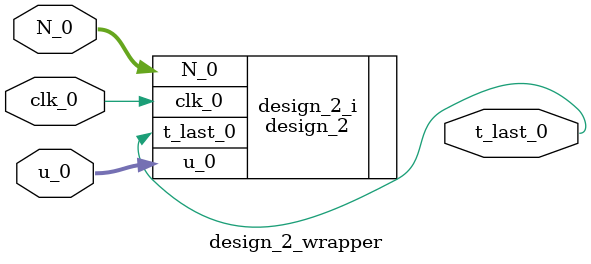
<source format=v>
`timescale 1 ps / 1 ps

module design_2_wrapper
   (N_0,
    clk_0,
    t_last_0,
    u_0);
  input [7:0]N_0;
  input clk_0;
  output t_last_0;
  input [7:0]u_0;

  wire [7:0]N_0;
  wire clk_0;
  wire t_last_0;
  wire [7:0]u_0;

  design_2 design_2_i
       (.N_0(N_0),
        .clk_0(clk_0),
        .t_last_0(t_last_0),
        .u_0(u_0));
endmodule

</source>
